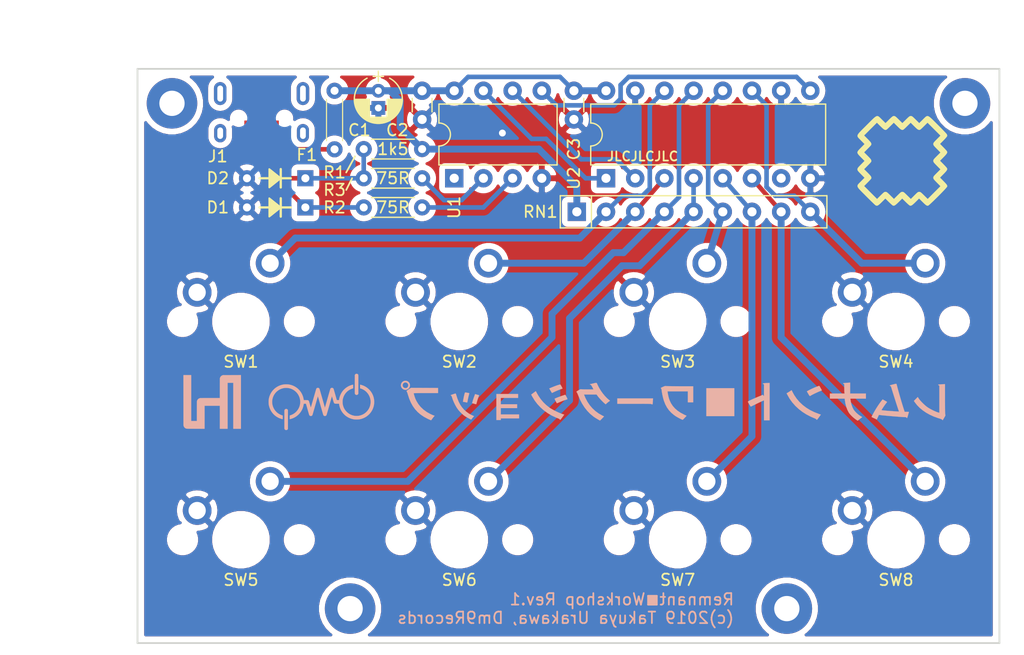
<source format=kicad_pcb>
(kicad_pcb (version 20171130) (host pcbnew "(5.1.0)-1")
  (layers (0 F.Cu signal) (31 B.Cu signal) (34 B.Paste user) (35 F.Paste user) (36 B.SilkS user) (37 F.SilkS user) (38 B.Mask user) (39 F.Mask user) (44 Edge.Cuts user))
  (net 0 "")
  (net 1 GND)
  (net 2 +5V)
  (net 3 "Net-(D1-Pad1)")
  (net 4 "Net-(D2-Pad1)")
  (net 5 "Net-(U1-Pad5)")
  (net 6 "Net-(U1-Pad6)")
  (net 7 "Net-(U1-Pad7)")
  (net 8 /USB_D+)
  (net 9 /USB_D-)
  (net 10 /SW1)
  (net 11 /SW2)
  (net 12 /SW3)
  (net 13 /SW4)
  (net 14 /SW5)
  (net 15 /SW6)
  (net 16 /SW7)
  (net 17 /SW8)
  (net 18 "Net-(F1-Pad2)")
  (module dm9_miscs:polyfuse_5.1mm (layer F.Cu) (at 58.145 32.955 270)
    (fp_text reference F1 (at 3.038 2.413) (layer F.SilkS))
    (fp_text value 100mA)
    (pad 1 thru_hole circle (at -2.55 0 270) (size 1.4 1.4) (drill 0.7) (layers *.Cu *.Mask) (net 2 +5V))
    (pad 2 thru_hole circle (at 2.55 0 270) (size 1.4 1.4) (drill 0.7) (layers *.Cu *.Mask) (net 18 "Net-(F1-Pad2)"))
  )
  (module remnant_silk:logo2 (layer B.Cu) (at 88 58 180)
    (fp_text reference G*** hide)
    (fp_text value LOGO hide)
  )
  (module dm9_silks:logo_dm9_5mm (layer B.Cu) (at 57 57.5)
    (fp_text reference G*** hide)
    (fp_text value LOGO hide)
  )
  (module dm9_silks:logo_hsgw_5mm (layer B.Cu) (at 47.5 57.5 180)
    (fp_text reference G*** hide)
    (fp_text value LOGO hide)
  )
  (module Mounting_Holes:MountingHole_2.2mm_M2_Pad (layer F.Cu) (at 44 31.5)
    (fp_text reference H1 hide)
    (fp_text value MountingHole)
    (pad 1 thru_hole circle (at 0 0) (size 4.4 4.4) (drill 2.2) (layers *.Cu *.Mask))
  )
  (module Mounting_Holes:MountingHole_2.2mm_M2_Pad (layer F.Cu) (at 113 31.5)
    (fp_text reference H2 hide)
    (fp_text value MountingHole)
    (pad 1 thru_hole circle (at 0 0) (size 4.4 4.4) (drill 2.2) (layers *.Cu *.Mask))
  )
  (module Mounting_Holes:MountingHole_2.2mm_M2_Pad (layer F.Cu) (at 59.5 75.5)
    (fp_text reference H3 hide)
    (fp_text value MountingHole)
    (pad 1 thru_hole circle (at 0 0) (size 4.4 4.4) (drill 2.2) (layers *.Cu *.Mask))
  )
  (module Mounting_Holes:MountingHole_2.2mm_M2_Pad (layer F.Cu) (at 97.5 75.5)
    (fp_text reference H4 hide)
    (fp_text value MountingHole)
    (pad 1 thru_hole circle (at 0 0) (size 4.4 4.4) (drill 2.2) (layers *.Cu *.Mask))
  )
  (module remnant_silk:logo1 (layer F.Cu) (at 107.54 36.5)
    (fp_text reference G*** hide)
    (fp_text value LOGO hide)
  )
  (module dm9_conn:USB-microB-LCSC-U-F-M5DD-W-2 (layer F.Cu) (at 51.795 28.5)
    (fp_text reference J1 (at -3.81 7.62) (layer F.SilkS))
    (fp_text value USB_OTG)
    (pad 5 smd rect (at -1.3 5.6) (size 0.4 2.2) (layers F.Cu F.Paste F.Mask) (net 1 GND))
    (pad 4 smd rect (at -0.65 5.6) (size 0.4 2.2) (layers F.Cu F.Paste F.Mask))
    (pad 1 smd rect (at 1.3 5.6) (size 0.4 2.2) (layers F.Cu F.Paste F.Mask) (net 18 "Net-(F1-Pad2)"))
    (pad 2 smd rect (at 0.65 5.6) (size 0.4 2.2) (layers F.Cu F.Paste F.Mask) (net 4 "Net-(D2-Pad1)"))
    (pad 3 smd rect (at 0 5.6) (size 0.4 2.2) (layers F.Cu F.Paste F.Mask) (net 3 "Net-(D1-Pad1)"))
    (pad ~ thru_hole oval (at 3.6 5.6) (size 1.05 1.6) (drill oval 0.5 1) (layers *.Cu *.Mask))
    (pad ~ thru_hole oval (at -3.6 5.6) (size 1.05 1.6) (drill oval 0.5 1) (layers *.Cu *.Mask))
    (pad "" np_thru_hole circle (at 2 4.3) (size 0.5 0.5) (drill 0.5) (layers *.Cu *.Mask))
    (pad "" np_thru_hole circle (at -2 4.3) (size 0.5 0.5) (drill 0.5) (layers *.Cu *.Mask))
    (pad ~ thru_hole oval (at 3.6 2.15) (size 1.09 2) (drill oval 0.5 1.4) (layers *.Cu *.Mask))
    (pad 6 thru_hole oval (at -3.6 2.15) (size 1.09 2) (drill oval 0.5 1.4) (layers *.Cu *.Mask))
  )
  (module Capacitors_THT:CP_Radial_D4.0mm_P1.50mm (layer F.Cu) (at 61.955 30.405 270)
    (fp_text reference C1 (at 3.429 1.651) (layer F.SilkS))
    (fp_text value 10u)
    (pad 1 thru_hole circle (at 0 0 270) (size 1.2 1.2) (drill 0.6) (layers *.Cu *.Mask) (net 2 +5V))
    (pad 2 thru_hole rect (at 1.5 0 270) (size 1.2 1.2) (drill 0.6) (layers *.Cu *.Mask) (net 1 GND))
  )
  (module SMKJP:SW_Cherry_MX1A_1.00u_PCB (layer F.Cu) (at 69 69.5)
    (fp_text reference SW6 (at 0 3.5) (layer F.SilkS))
    (fp_text value MX hide)
    (pad 2 thru_hole circle (at 2.54 -5.08) (size 2.5 2.5) (drill 1.5) (layers *.Cu *.Mask) (net 15 /SW6))
    (pad 1 thru_hole circle (at -3.81 -2.54) (size 2.5 2.5) (drill 1.5) (layers *.Cu *.Mask) (net 1 GND))
    (pad "" np_thru_hole circle (at 0 0) (size 4 4) (drill 4) (layers *.Cu *.Mask))
    (pad "" np_thru_hole circle (at -5.08 0) (size 1.7 1.7) (drill 1.7) (layers *.Cu *.Mask))
    (pad "" np_thru_hole circle (at 5.08 0) (size 1.7 1.7) (drill 1.7) (layers *.Cu *.Mask))
  )
  (module Resistors_THT:R_Array_SIP9 (layer F.Cu) (at 79.227 40.946)
    (fp_text reference RN1 (at -3.175 0) (layer F.SilkS))
    (fp_text value R_Network08)
    (pad 9 thru_hole oval (at 20.32 0) (size 1.6 1.6) (drill 0.8) (layers *.Cu *.Mask) (net 13 /SW4))
    (pad 8 thru_hole oval (at 17.78 0) (size 1.6 1.6) (drill 0.8) (layers *.Cu *.Mask) (net 17 /SW8))
    (pad 7 thru_hole oval (at 15.24 0) (size 1.6 1.6) (drill 0.8) (layers *.Cu *.Mask) (net 16 /SW7))
    (pad 6 thru_hole oval (at 12.7 0) (size 1.6 1.6) (drill 0.8) (layers *.Cu *.Mask) (net 12 /SW3))
    (pad 5 thru_hole oval (at 10.16 0) (size 1.6 1.6) (drill 0.8) (layers *.Cu *.Mask) (net 15 /SW6))
    (pad 4 thru_hole oval (at 7.62 0) (size 1.6 1.6) (drill 0.8) (layers *.Cu *.Mask) (net 14 /SW5))
    (pad 3 thru_hole oval (at 5.08 0) (size 1.6 1.6) (drill 0.8) (layers *.Cu *.Mask) (net 11 /SW2))
    (pad 2 thru_hole oval (at 2.54 0) (size 1.6 1.6) (drill 0.8) (layers *.Cu *.Mask) (net 10 /SW1))
    (pad 1 thru_hole rect (at 0 0) (size 1.6 1.6) (drill 0.8) (layers *.Cu *.Mask) (net 2 +5V))
  )
  (module Housings_DIP:DIP-16_W7.62mm (layer F.Cu) (at 81.767 38.025 90)
    (fp_text reference U2 (at 0 -2.794 90) (layer F.SilkS))
    (fp_text value 74LS165)
    (pad 1 thru_hole rect (at 0 0 90) (size 1.6 1.6) (drill 0.8) (layers *.Cu *.Mask) (net 7 "Net-(U1-Pad7)"))
    (pad 9 thru_hole oval (at 7.62 17.78 90) (size 1.6 1.6) (drill 0.8) (layers *.Cu *.Mask) (net 5 "Net-(U1-Pad5)"))
    (pad 2 thru_hole oval (at 0 2.54 90) (size 1.6 1.6) (drill 0.8) (layers *.Cu *.Mask) (net 6 "Net-(U1-Pad6)"))
    (pad 10 thru_hole oval (at 7.62 15.24 90) (size 1.6 1.6) (drill 0.8) (layers *.Cu *.Mask) (net 1 GND))
    (pad 3 thru_hole oval (at 0 5.08 90) (size 1.6 1.6) (drill 0.8) (layers *.Cu *.Mask) (net 11 /SW2))
    (pad 11 thru_hole oval (at 7.62 12.7 90) (size 1.6 1.6) (drill 0.8) (layers *.Cu *.Mask) (net 13 /SW4))
    (pad 4 thru_hole oval (at 0 7.62 90) (size 1.6 1.6) (drill 0.8) (layers *.Cu *.Mask) (net 15 /SW6))
    (pad 12 thru_hole oval (at 7.62 10.16 90) (size 1.6 1.6) (drill 0.8) (layers *.Cu *.Mask) (net 12 /SW3))
    (pad 5 thru_hole oval (at 0 10.16 90) (size 1.6 1.6) (drill 0.8) (layers *.Cu *.Mask) (net 16 /SW7))
    (pad 13 thru_hole oval (at 7.62 7.62 90) (size 1.6 1.6) (drill 0.8) (layers *.Cu *.Mask) (net 14 /SW5))
    (pad 6 thru_hole oval (at 0 12.7 90) (size 1.6 1.6) (drill 0.8) (layers *.Cu *.Mask) (net 17 /SW8))
    (pad 14 thru_hole oval (at 7.62 5.08 90) (size 1.6 1.6) (drill 0.8) (layers *.Cu *.Mask) (net 10 /SW1))
    (pad 7 thru_hole oval (at 0 15.24 90) (size 1.6 1.6) (drill 0.8) (layers *.Cu *.Mask))
    (pad 15 thru_hole oval (at 7.62 2.54 90) (size 1.6 1.6) (drill 0.8) (layers *.Cu *.Mask) (net 1 GND))
    (pad 8 thru_hole oval (at 0 17.78 90) (size 1.6 1.6) (drill 0.8) (layers *.Cu *.Mask) (net 1 GND))
    (pad 16 thru_hole oval (at 7.62 0 90) (size 1.6 1.6) (drill 0.8) (layers *.Cu *.Mask) (net 2 +5V))
  )
  (module Housings_DIP:DIP-8_W7.62mm (layer F.Cu) (at 68.559 38.025 90)
    (fp_text reference U1 (at -2.54 0 90) (layer F.SilkS))
    (fp_text value ATTINY85-20PU)
    (pad 1 thru_hole rect (at 0 0 90) (size 1.6 1.6) (drill 0.8) (layers *.Cu *.Mask))
    (pad 5 thru_hole oval (at 7.62 7.62 90) (size 1.6 1.6) (drill 0.8) (layers *.Cu *.Mask) (net 5 "Net-(U1-Pad5)"))
    (pad 2 thru_hole oval (at 0 2.54 90) (size 1.6 1.6) (drill 0.8) (layers *.Cu *.Mask) (net 9 /USB_D-))
    (pad 6 thru_hole oval (at 7.62 5.08 90) (size 1.6 1.6) (drill 0.8) (layers *.Cu *.Mask) (net 6 "Net-(U1-Pad6)"))
    (pad 3 thru_hole oval (at 0 5.08 90) (size 1.6 1.6) (drill 0.8) (layers *.Cu *.Mask) (net 8 /USB_D+))
    (pad 7 thru_hole oval (at 7.62 2.54 90) (size 1.6 1.6) (drill 0.8) (layers *.Cu *.Mask) (net 7 "Net-(U1-Pad7)"))
    (pad 4 thru_hole oval (at 0 7.62 90) (size 1.6 1.6) (drill 0.8) (layers *.Cu *.Mask) (net 1 GND))
    (pad 8 thru_hole oval (at 7.62 0 90) (size 1.6 1.6) (drill 0.8) (layers *.Cu *.Mask) (net 2 +5V))
  )
  (module SMKJP:SW_Cherry_MX1A_1.00u_PCB (layer F.Cu) (at 107 69.5)
    (fp_text reference SW8 (at 0 3.5) (layer F.SilkS))
    (fp_text value MX hide)
    (pad 2 thru_hole circle (at 2.54 -5.08) (size 2.5 2.5) (drill 1.5) (layers *.Cu *.Mask) (net 17 /SW8))
    (pad 1 thru_hole circle (at -3.81 -2.54) (size 2.5 2.5) (drill 1.5) (layers *.Cu *.Mask) (net 1 GND))
    (pad "" np_thru_hole circle (at 0 0) (size 4 4) (drill 4) (layers *.Cu *.Mask))
    (pad "" np_thru_hole circle (at -5.08 0) (size 1.7 1.7) (drill 1.7) (layers *.Cu *.Mask))
    (pad "" np_thru_hole circle (at 5.08 0) (size 1.7 1.7) (drill 1.7) (layers *.Cu *.Mask))
  )
  (module SMKJP:SW_Cherry_MX1A_1.00u_PCB (layer F.Cu) (at 88 69.5)
    (fp_text reference SW7 (at 0 3.5) (layer F.SilkS))
    (fp_text value MX hide)
    (pad 2 thru_hole circle (at 2.54 -5.08) (size 2.5 2.5) (drill 1.5) (layers *.Cu *.Mask) (net 16 /SW7))
    (pad 1 thru_hole circle (at -3.81 -2.54) (size 2.5 2.5) (drill 1.5) (layers *.Cu *.Mask) (net 1 GND))
    (pad "" np_thru_hole circle (at 0 0) (size 4 4) (drill 4) (layers *.Cu *.Mask))
    (pad "" np_thru_hole circle (at -5.08 0) (size 1.7 1.7) (drill 1.7) (layers *.Cu *.Mask))
    (pad "" np_thru_hole circle (at 5.08 0) (size 1.7 1.7) (drill 1.7) (layers *.Cu *.Mask))
  )
  (module SMKJP:SW_Cherry_MX1A_1.00u_PCB (layer F.Cu) (at 50 69.5)
    (fp_text reference SW5 (at 0 3.5) (layer F.SilkS))
    (fp_text value MX hide)
    (pad 2 thru_hole circle (at 2.54 -5.08) (size 2.5 2.5) (drill 1.5) (layers *.Cu *.Mask) (net 14 /SW5))
    (pad 1 thru_hole circle (at -3.81 -2.54) (size 2.5 2.5) (drill 1.5) (layers *.Cu *.Mask) (net 1 GND))
    (pad "" np_thru_hole circle (at 0 0) (size 4 4) (drill 4) (layers *.Cu *.Mask))
    (pad "" np_thru_hole circle (at -5.08 0) (size 1.7 1.7) (drill 1.7) (layers *.Cu *.Mask))
    (pad "" np_thru_hole circle (at 5.08 0) (size 1.7 1.7) (drill 1.7) (layers *.Cu *.Mask))
  )
  (module SMKJP:SW_Cherry_MX1A_1.00u_PCB (layer F.Cu) (at 107 50.5)
    (fp_text reference SW4 (at 0 3.5) (layer F.SilkS))
    (fp_text value MX hide)
    (pad 2 thru_hole circle (at 2.54 -5.08) (size 2.5 2.5) (drill 1.5) (layers *.Cu *.Mask) (net 13 /SW4))
    (pad 1 thru_hole circle (at -3.81 -2.54) (size 2.5 2.5) (drill 1.5) (layers *.Cu *.Mask) (net 1 GND))
    (pad "" np_thru_hole circle (at 0 0) (size 4 4) (drill 4) (layers *.Cu *.Mask))
    (pad "" np_thru_hole circle (at -5.08 0) (size 1.7 1.7) (drill 1.7) (layers *.Cu *.Mask))
    (pad "" np_thru_hole circle (at 5.08 0) (size 1.7 1.7) (drill 1.7) (layers *.Cu *.Mask))
  )
  (module SMKJP:SW_Cherry_MX1A_1.00u_PCB (layer F.Cu) (at 88 50.5)
    (fp_text reference SW3 (at 0 3.5) (layer F.SilkS))
    (fp_text value MX hide)
    (pad 2 thru_hole circle (at 2.54 -5.08) (size 2.5 2.5) (drill 1.5) (layers *.Cu *.Mask) (net 12 /SW3))
    (pad 1 thru_hole circle (at -3.81 -2.54) (size 2.5 2.5) (drill 1.5) (layers *.Cu *.Mask) (net 1 GND))
    (pad "" np_thru_hole circle (at 0 0) (size 4 4) (drill 4) (layers *.Cu *.Mask))
    (pad "" np_thru_hole circle (at -5.08 0) (size 1.7 1.7) (drill 1.7) (layers *.Cu *.Mask))
    (pad "" np_thru_hole circle (at 5.08 0) (size 1.7 1.7) (drill 1.7) (layers *.Cu *.Mask))
  )
  (module SMKJP:SW_Cherry_MX1A_1.00u_PCB (layer F.Cu) (at 69 50.5)
    (fp_text reference SW2 (at 0 3.5) (layer F.SilkS))
    (fp_text value MX hide)
    (pad 2 thru_hole circle (at 2.54 -5.08) (size 2.5 2.5) (drill 1.5) (layers *.Cu *.Mask) (net 11 /SW2))
    (pad 1 thru_hole circle (at -3.81 -2.54) (size 2.5 2.5) (drill 1.5) (layers *.Cu *.Mask) (net 1 GND))
    (pad "" np_thru_hole circle (at 0 0) (size 4 4) (drill 4) (layers *.Cu *.Mask))
    (pad "" np_thru_hole circle (at -5.08 0) (size 1.7 1.7) (drill 1.7) (layers *.Cu *.Mask))
    (pad "" np_thru_hole circle (at 5.08 0) (size 1.7 1.7) (drill 1.7) (layers *.Cu *.Mask))
  )
  (module SMKJP:SW_Cherry_MX1A_1.00u_PCB (layer F.Cu) (at 50 50.5)
    (fp_text reference SW1 (at 0 3.5) (layer F.SilkS))
    (fp_text value MX hide)
    (pad 2 thru_hole circle (at 2.54 -5.08) (size 2.5 2.5) (drill 1.5) (layers *.Cu *.Mask) (net 10 /SW1))
    (pad 1 thru_hole circle (at -3.81 -2.54) (size 2.5 2.5) (drill 1.5) (layers *.Cu *.Mask) (net 1 GND))
    (pad "" np_thru_hole circle (at 0 0) (size 4 4) (drill 4) (layers *.Cu *.Mask))
    (pad "" np_thru_hole circle (at -5.08 0) (size 1.7 1.7) (drill 1.7) (layers *.Cu *.Mask))
    (pad "" np_thru_hole circle (at 5.08 0) (size 1.7 1.7) (drill 1.7) (layers *.Cu *.Mask))
  )
  (module Resistors_THT:R_Axial_DIN0204_L3.6mm_D1.6mm_P5.08mm_Horizontal (layer F.Cu) (at 65.765 38.025 180)
    (fp_text reference R3 (at 7.62 -1.016 180) (layer F.SilkS))
    (fp_text value 75R)
    (pad 1 thru_hole circle (at 0 0 180) (size 1.4 1.4) (drill 0.7) (layers *.Cu *.Mask) (net 9 /USB_D-))
    (pad 2 thru_hole oval (at 5.08 0 180) (size 1.4 1.4) (drill 0.7) (layers *.Cu *.Mask) (net 4 "Net-(D2-Pad1)"))
  )
  (module Resistors_THT:R_Axial_DIN0204_L3.6mm_D1.6mm_P5.08mm_Horizontal (layer F.Cu) (at 65.765 40.565 180)
    (fp_text reference R2 (at 7.62 0 180) (layer F.SilkS))
    (fp_text value 75R)
    (pad 1 thru_hole circle (at 0 0 180) (size 1.4 1.4) (drill 0.7) (layers *.Cu *.Mask) (net 8 /USB_D+))
    (pad 2 thru_hole oval (at 5.08 0 180) (size 1.4 1.4) (drill 0.7) (layers *.Cu *.Mask) (net 3 "Net-(D1-Pad1)"))
  )
  (module Resistors_THT:R_Axial_DIN0204_L3.6mm_D1.6mm_P5.08mm_Horizontal (layer F.Cu) (at 60.685 35.485)
    (fp_text reference R1 (at -2.54 2.032) (layer F.SilkS))
    (fp_text value 1k5)
    (pad 1 thru_hole circle (at 0 0) (size 1.4 1.4) (drill 0.7) (layers *.Cu *.Mask) (net 4 "Net-(D2-Pad1)"))
    (pad 2 thru_hole oval (at 5.08 0) (size 1.4 1.4) (drill 0.7) (layers *.Cu *.Mask) (net 2 +5V))
  )
  (module dm9_rc:D_DO-35_SOD27_P5.08mm_Horizontal (layer F.Cu) (at 53.065 38.025 180)
    (fp_text reference D2 (at 5.08 0 180) (layer F.SilkS))
    (fp_text value 3.6V)
    (pad 1 thru_hole rect (at -2.54 0 180) (size 1.4 1.4) (drill 0.7) (layers *.Cu *.Mask) (net 4 "Net-(D2-Pad1)"))
    (pad 2 thru_hole circle (at 2.54 0 180) (size 1.4 1.4) (drill 0.7) (layers *.Cu *.Mask) (net 1 GND))
  )
  (module dm9_rc:D_DO-35_SOD27_P5.08mm_Horizontal (layer F.Cu) (at 53.065 40.565 180)
    (fp_text reference D1 (at 5.08 0 180) (layer F.SilkS))
    (fp_text value 3.6V)
    (pad 1 thru_hole rect (at -2.54 0 180) (size 1.4 1.4) (drill 0.7) (layers *.Cu *.Mask) (net 3 "Net-(D1-Pad1)"))
    (pad 2 thru_hole circle (at 2.54 0 180) (size 1.4 1.4) (drill 0.7) (layers *.Cu *.Mask) (net 1 GND))
  )
  (module Capacitors_THT:C_Disc_D3.0mm_W1.6mm_P2.50mm (layer F.Cu) (at 78.973 30.405 270)
    (fp_text reference C3 (at 5.08 0 270) (layer F.SilkS))
    (fp_text value 100n)
    (pad 1 thru_hole circle (at 0 0 270) (size 1.6 1.6) (drill 0.8) (layers *.Cu *.Mask) (net 2 +5V))
    (pad 2 thru_hole circle (at 2.5 0 270) (size 1.6 1.6) (drill 0.8) (layers *.Cu *.Mask) (net 1 GND))
  )
  (module Capacitors_THT:C_Disc_D3.0mm_W1.6mm_P2.50mm (layer F.Cu) (at 65.765 30.405 270)
    (fp_text reference C2 (at 3.429 2.159) (layer F.SilkS))
    (fp_text value 100n)
    (pad 1 thru_hole circle (at 0 0 270) (size 1.6 1.6) (drill 0.8) (layers *.Cu *.Mask) (net 2 +5V))
    (pad 2 thru_hole circle (at 2.5 0 270) (size 1.6 1.6) (drill 0.8) (layers *.Cu *.Mask) (net 1 GND))
  )
  (gr_line (start 59.161 39.041) (end 59.669 38.025) (layer F.SilkS) (width 0.15))
  (gr_line (start 59.161 37.517) (end 59.923 36.12) (layer F.SilkS) (width 0.15))
  (gr_text "Remnant■Workshop Rev.1\n(c)2019 Takuya Urakawa, Dm9Records" (at 93 75.5) (layer B.SilkS) (effects (font (size 1 1)) (justify left mirror)))
  (gr_text JLCJLCJLC (at 81.767 36.12) (layer F.SilkS) (effects (font (size 0.8 0.8)) (justify left)))
  (gr_text 1k5 (at 63.225 35.485) (layer F.SilkS) (effects (font (size 1 1))))
  (gr_text 75R (at 63.225 38.025) (layer F.SilkS) (effects (font (size 1 1))))
  (gr_text 75R (at 63.225 40.565) (layer F.SilkS) (effects (font (size 1 1))))
  (gr_line (start 116 28.5) (end 41 28.5) (layer Edge.Cuts) (width 0.15))
  (gr_line (start 116 78.5) (end 116 28.5) (layer Edge.Cuts) (width 0.15))
  (gr_line (start 41 78.5) (end 116 78.5) (layer Edge.Cuts) (width 0.15))
  (gr_line (start 41 28.5) (end 41 78.5) (layer Edge.Cuts) (width 0.15))
  (via (at 72.75 34.088) (size 1) (drill 0.6) (layers F.Cu B.Cu) (net 1))
  (segment (start 61.955 30.405) (end 65.765 30.405) (width 0.6) (layer B.Cu) (net 2))
  (segment (start 65.765 30.405) (end 68.559 30.405) (width 0.6) (layer B.Cu) (net 2))
  (segment (start 61.955 30.405) (end 62.971 30.405) (width 0.6) (layer B.Cu) (net 2))
  (segment (start 62.971 30.405) (end 63.86 31.294) (width 0.6) (layer B.Cu) (net 2))
  (segment (start 63.86 33.58) (end 65.765 35.485) (width 0.6) (layer B.Cu) (net 2))
  (segment (start 63.86 31.294) (end 63.86 33.58) (width 0.6) (layer B.Cu) (net 2))
  (segment (start 78.973 30.405) (end 81.767 30.405) (width 0.6) (layer B.Cu) (net 2))
  (segment (start 77.768 29.2) (end 78.973 30.405) (width 0.4) (layer B.Cu) (net 2))
  (segment (start 68.559 30.405) (end 69.764 29.2) (width 0.4) (layer B.Cu) (net 2))
  (segment (start 69.764 29.2) (end 77.768 29.2) (width 0.4) (layer B.Cu) (net 2))
  (segment (start 79.227 38.787) (end 79.227 40.946) (width 0.6) (layer B.Cu) (net 2))
  (segment (start 65.765 35.485) (end 75.925 35.485) (width 0.6) (layer B.Cu) (net 2))
  (segment (start 75.925 35.485) (end 79.227 38.787) (width 0.6) (layer B.Cu) (net 2))
  (segment (start 58.145 30.405) (end 61.955 30.405) (width 0.6) (layer B.Cu) (net 2))
  (segment (start 51.795 36.755) (end 55.605 40.565) (width 0.4) (layer F.Cu) (net 3))
  (segment (start 51.795 34.1) (end 51.795 36.755) (width 0.4) (layer F.Cu) (net 3))
  (segment (start 55.605 40.565) (end 60.685 40.565) (width 0.4) (layer B.Cu) (net 3))
  (segment (start 52.445 34.1) (end 52.445 36.389) (width 0.4) (layer F.Cu) (net 4))
  (segment (start 54.081 38.025) (end 55.605 38.025) (width 0.4) (layer F.Cu) (net 4))
  (segment (start 52.445 36.389) (end 54.081 38.025) (width 0.4) (layer F.Cu) (net 4))
  (segment (start 55.605 38.025) (end 60.685 38.025) (width 0.4) (layer B.Cu) (net 4))
  (segment (start 60.685 38.025) (end 60.685 35.485) (width 0.4) (layer B.Cu) (net 4))
  (segment (start 98.342 29.2) (end 99.547 30.405) (width 0.4) (layer B.Cu) (net 5))
  (segment (start 76.179 30.405) (end 77.449 31.675) (width 0.4) (layer B.Cu) (net 5))
  (segment (start 82.465 31.675) (end 83.037 31.103) (width 0.4) (layer B.Cu) (net 5))
  (segment (start 83.037 31.103) (end 83.037 29.903) (width 0.4) (layer B.Cu) (net 5))
  (segment (start 83.037 29.903) (end 83.74 29.2) (width 0.4) (layer B.Cu) (net 5))
  (segment (start 77.449 31.675) (end 82.465 31.675) (width 0.4) (layer B.Cu) (net 5))
  (segment (start 83.74 29.2) (end 98.342 29.2) (width 0.4) (layer B.Cu) (net 5))
  (segment (start 82.656 36.374) (end 84.307 38.025) (width 0.4) (layer B.Cu) (net 6))
  (segment (start 73.639 30.405) (end 79.608 36.374) (width 0.4) (layer B.Cu) (net 6))
  (segment (start 79.608 36.374) (end 82.656 36.374) (width 0.4) (layer B.Cu) (net 6))
  (segment (start 75.29 34.596) (end 71.099 30.405) (width 0.4) (layer B.Cu) (net 7))
  (segment (start 76.56 34.596) (end 75.29 34.596) (width 0.4) (layer B.Cu) (net 7))
  (segment (start 81.767 38.025) (end 79.989 38.025) (width 0.4) (layer B.Cu) (net 7))
  (segment (start 79.989 38.025) (end 76.56 34.596) (width 0.4) (layer B.Cu) (net 7))
  (segment (start 71.099 40.565) (end 73.639 38.025) (width 0.4) (layer B.Cu) (net 8))
  (segment (start 65.765 40.565) (end 71.099 40.565) (width 0.4) (layer B.Cu) (net 8))
  (segment (start 69.194 39.93) (end 71.099 38.025) (width 0.4) (layer B.Cu) (net 9))
  (segment (start 65.765 38.025) (end 67.67 39.93) (width 0.4) (layer B.Cu) (net 9))
  (segment (start 67.67 39.93) (end 69.194 39.93) (width 0.4) (layer B.Cu) (net 9))
  (segment (start 81.767 40.946) (end 83.164 39.549) (width 0.4) (layer B.Cu) (net 10))
  (segment (start 83.164 39.549) (end 84.942 39.549) (width 0.4) (layer B.Cu) (net 10))
  (segment (start 84.942 39.549) (end 85.577 38.914) (width 0.4) (layer B.Cu) (net 10))
  (segment (start 85.577 31.675) (end 86.847 30.405) (width 0.4) (layer B.Cu) (net 10))
  (segment (start 85.577 38.914) (end 85.577 31.675) (width 0.4) (layer B.Cu) (net 10))
  (segment (start 79.481 43.232) (end 81.767 40.946) (width 0.6) (layer B.Cu) (net 10))
  (segment (start 52.54 45.42) (end 54.728 43.232) (width 0.6) (layer B.Cu) (net 10))
  (segment (start 54.728 43.232) (end 79.481 43.232) (width 0.6) (layer B.Cu) (net 10))
  (segment (start 86.847 38.025) (end 84.307 40.946) (width 0.4) (layer F.Cu) (net 11))
  (segment (start 79.833 45.42) (end 84.307 40.946) (width 0.6) (layer B.Cu) (net 11))
  (segment (start 71.54 45.42) (end 79.833 45.42) (width 0.6) (layer B.Cu) (net 11))
  (segment (start 91.927 40.946) (end 90.657 39.676) (width 0.4) (layer B.Cu) (net 12))
  (segment (start 90.657 31.675) (end 91.927 30.405) (width 0.4) (layer B.Cu) (net 12))
  (segment (start 90.657 39.676) (end 90.657 31.675) (width 0.4) (layer B.Cu) (net 12))
  (segment (start 91.927 40.946) (end 90.54 45.42) (width 0.6) (layer B.Cu) (net 12))
  (segment (start 94.467 30.405) (end 95.737 31.675) (width 0.4) (layer B.Cu) (net 13))
  (segment (start 95.737 31.675) (end 95.737 38.787) (width 0.4) (layer B.Cu) (net 13))
  (segment (start 95.737 38.787) (end 96.499 39.549) (width 0.4) (layer B.Cu) (net 13))
  (segment (start 98.15 39.549) (end 99.547 40.946) (width 0.4) (layer B.Cu) (net 13))
  (segment (start 96.499 39.549) (end 98.15 39.549) (width 0.4) (layer B.Cu) (net 13))
  (segment (start 104.021 45.42) (end 109.54 45.42) (width 0.6) (layer B.Cu) (net 13))
  (segment (start 99.547 40.946) (end 104.021 45.42) (width 0.6) (layer B.Cu) (net 13))
  (segment (start 86.847 40.946) (end 88.117 39.676) (width 0.4) (layer B.Cu) (net 14))
  (segment (start 88.117 31.675) (end 89.387 30.405) (width 0.4) (layer B.Cu) (net 14))
  (segment (start 88.117 39.676) (end 88.117 31.675) (width 0.4) (layer B.Cu) (net 14))
  (segment (start 64.516 64.42) (end 52.54 64.42) (width 0.6) (layer B.Cu) (net 14))
  (segment (start 77.068 51.868) (end 64.516 64.42) (width 0.6) (layer B.Cu) (net 14))
  (segment (start 77.068 49.836) (end 77.068 51.868) (width 0.6) (layer B.Cu) (net 14))
  (segment (start 82.402 44.502) (end 77.068 49.836) (width 0.6) (layer B.Cu) (net 14))
  (segment (start 86.847 40.946) (end 83.291 44.502) (width 0.6) (layer B.Cu) (net 14))
  (segment (start 83.291 44.502) (end 82.402 44.502) (width 0.6) (layer B.Cu) (net 14))
  (segment (start 89.387 40.946) (end 89.387 38.025) (width 0.4) (layer B.Cu) (net 15))
  (segment (start 78.592 57.368) (end 71.54 64.42) (width 0.6) (layer B.Cu) (net 15))
  (segment (start 78.592 50.217) (end 78.592 57.368) (width 0.6) (layer B.Cu) (net 15))
  (segment (start 83.164 45.645) (end 78.592 50.217) (width 0.6) (layer B.Cu) (net 15))
  (segment (start 89.387 40.946) (end 84.688 45.645) (width 0.6) (layer B.Cu) (net 15))
  (segment (start 84.688 45.645) (end 83.164 45.645) (width 0.6) (layer B.Cu) (net 15))
  (segment (start 91.927 38.025) (end 94.467 40.946) (width 0.4) (layer B.Cu) (net 16))
  (segment (start 94.467 60.493) (end 90.54 64.42) (width 0.6) (layer B.Cu) (net 16))
  (segment (start 94.467 40.946) (end 94.467 60.493) (width 0.6) (layer B.Cu) (net 16))
  (segment (start 94.467 38.025) (end 97.007 40.946) (width 0.4) (layer F.Cu) (net 17))
  (segment (start 97.007 51.887) (end 109.54 64.42) (width 0.6) (layer B.Cu) (net 17))
  (segment (start 97.007 40.946) (end 97.007 51.887) (width 0.6) (layer B.Cu) (net 17))
  (segment (start 53.095 35.261) (end 53.095 34.1) (width 0.4) (layer F.Cu) (net 18))
  (segment (start 58.145 35.505) (end 53.339 35.505) (width 0.4) (layer F.Cu) (net 18))
  (segment (start 53.339 35.505) (end 53.095 35.261) (width 0.4) (layer F.Cu) (net 18))
  (zone (net 1) (net_name GND) (layer F.Cu) (connect_pads (clearance 0.508)) (min_thickness 0.254) (fill yes (arc_segments 32) (thermal_gap 0.508) (thermal_bridge_width 0.508) (smoothing fillet) (radius 1.27))
    (polygon (pts (xy 41 28.5) (xy 116 28.5) (xy 116 78.5) (xy 41 78.5)))
  )
  (zone (net 1) (net_name GND) (layer B.Cu) (connect_pads (clearance 0.508)) (min_thickness 0.254) (fill yes (arc_segments 32) (thermal_gap 0.508) (thermal_bridge_width 0.508) (smoothing fillet) (radius 1.27))
    (polygon (pts (xy 116 28.5) (xy 116 78.5) (xy 41 78.5) (xy 41 28.5)))
  )
)
</source>
